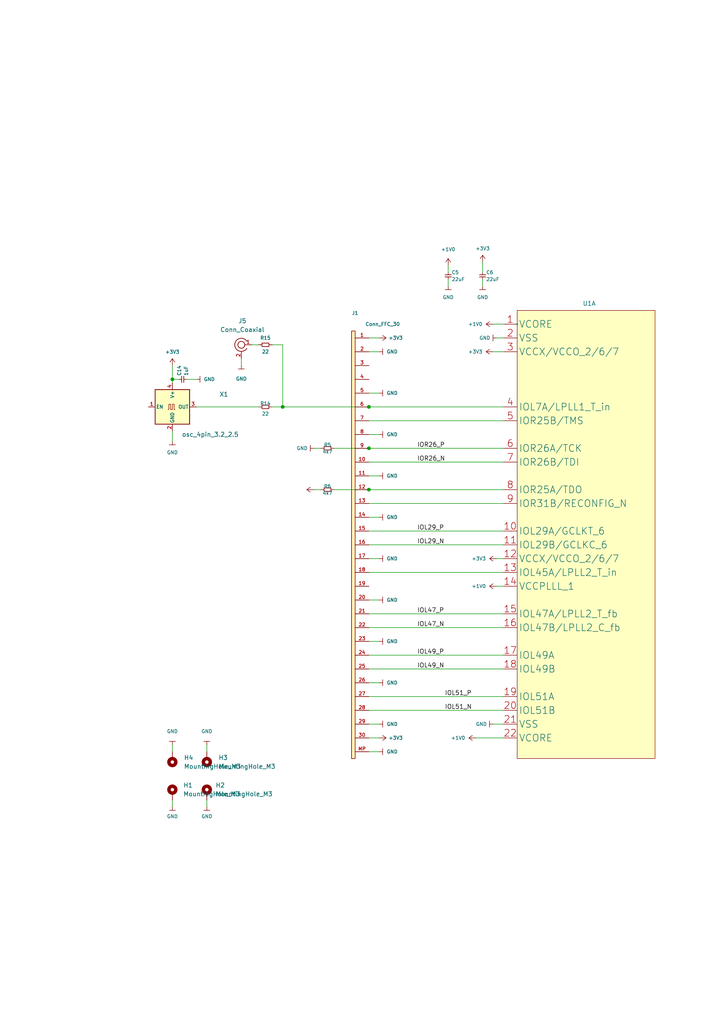
<source format=kicad_sch>
(kicad_sch (version 20231120) (generator "eeschema") (generator_version "8.0")
  (paper "A4" portrait)
  (lib_symbols
    (symbol "AI6YP:+1V0" (power) (pin_names (offset 0))
      (property "Value" "+1V0" (at 0 4 0))
      (symbol "+1V0_0_1"
        (polyline (pts (xy 0 0) (xy 0 2)))
        (polyline (pts (xy -0.7 1) (xy 0 2) (xy 0.7 1)))
      )
      (symbol "+1V0_1_1"
        (pin power_in line (at 0 0 90) (length 0) hide (name "+1V0") (number "1"))
      )
    )
    (symbol "AI6YP:+3V3" (power) (pin_names (offset 0))
      (property "Value" "+3V3" (at 0 4 0))
      (symbol "+3V3_0_1"
        (polyline (pts (xy 0 0) (xy 0 2)))
        (polyline (pts (xy -0.7 1) (xy 0 2) (xy 0.7 1)))
      )
      (symbol "+3V3_1_1"
        (pin power_in line (at 0 0 90) (length 0) hide (name "+3V3") (number "1"))
      )
    )
    (symbol "AI6YP:C" (pin_numbers hide) (pin_names (offset 0.254))
      (property "Reference" "C" (at 1 2 0))
      (property "Value" "C" (at 1 -2 0))
      (symbol "C_1_1"
        (polyline (pts (xy -0.9 -0.3) (xy 0.9 -0.3)) (stroke (width 0.2)))
        (polyline (pts (xy -0.9 0.3) (xy 0.9 0.3)) (stroke (width 0.2)))
        (pin passive line (at 0 1 270) (length 0.7) (name "~") (number "1"))
        (pin passive line (at 0 -1 90) (length 0.7) (name "~") (number "2"))
      )
    )
    (symbol "AI6YP:Conn_FFC_30" (pin_names (offset 1.016) hide)
      (property "Reference" "J" (at -20 65 0))
      (property "Value" "Conn_FFC_30" (at -20 -68 0))
      (symbol "Conn_FFC_30_1_1"
        (rectangle (start -20 62) (end -19 -62) (stroke (width 0.2)) (fill (type background)))
        (pin passive line (at -15 60 180) (length 4) (name "Pin_1") (number "1"))
        (pin passive line (at -15 24 180) (length 4) (name "Pin_10") (number "10"))
        (pin passive line (at -15 20 180) (length 4) (name "Pin_11") (number "11"))
        (pin passive line (at -15 16 180) (length 4) (name "Pin_12") (number "12"))
        (pin passive line (at -15 12 180) (length 4) (name "Pin_13") (number "13"))
        (pin passive line (at -15 8 180) (length 4) (name "Pin_14") (number "14"))
        (pin passive line (at -15 4 180) (length 4) (name "Pin_15") (number "15"))
        (pin passive line (at -15 0 180) (length 4) (name "Pin_16") (number "16"))
        (pin passive line (at -15 -4 180) (length 4) (name "Pin_17") (number "17"))
        (pin passive line (at -15 -8 180) (length 4) (name "Pin_18") (number "18"))
        (pin passive line (at -15 -12 180) (length 4) (name "Pin_19") (number "19"))
        (pin passive line (at -15 56 180) (length 4) (name "Pin_2") (number "2"))
        (pin passive line (at -15 -16 180) (length 4) (name "Pin_20") (number "20"))
        (pin passive line (at -15 -20 180) (length 4) (name "Pin_21") (number "21"))
        (pin passive line (at -15 -24 180) (length 4) (name "Pin_22") (number "22"))
        (pin passive line (at -15 -28 180) (length 4) (name "Pin_23") (number "23"))
        (pin passive line (at -15 -32 180) (length 4) (name "Pin_24") (number "24"))
        (pin passive line (at -15 -36 180) (length 4) (name "Pin_25") (number "25"))
        (pin passive line (at -15 -40 180) (length 4) (name "Pin_26") (number "26"))
        (pin passive line (at -15 -44 180) (length 4) (name "Pin_27") (number "27"))
        (pin passive line (at -15 -48 180) (length 4) (name "Pin_28") (number "28"))
        (pin passive line (at -15 -52 180) (length 4) (name "Pin_29") (number "29"))
        (pin passive line (at -15 52 180) (length 4) (name "Pin_3") (number "3"))
        (pin passive line (at -15 -56 180) (length 4) (name "Pin_30") (number "30"))
        (pin passive line (at -15 48 180) (length 4) (name "Pin_4") (number "4"))
        (pin passive line (at -15 44 180) (length 4) (name "Pin_5") (number "5"))
        (pin passive line (at -15 40 180) (length 4) (name "Pin_6") (number "6"))
        (pin passive line (at -15 36 180) (length 4) (name "Pin_7") (number "7"))
        (pin passive line (at -15 32 180) (length 4) (name "Pin_8") (number "8"))
        (pin passive line (at -15 28 180) (length 4) (name "Pin_9") (number "9"))
        (pin passive line (at -15 -60 180) (length 4) (name "Pin_MP") (number "MP"))
      )
    )
    (symbol "AI6YP:GND" (power) (pin_names (offset 0))
      (property "Value" "GND" (at 0 -2 0))
      (symbol "GND_0_1"
        (polyline (pts (xy -0.9 -1) (xy 0.9 -1)))
        (polyline (pts (xy 0 0) (xy 0 -1)))
      )
      (symbol "GND_1_1"
        (pin power_in line (at 0 0 270) (length 0) hide (name "GND") (number "1"))
      )
    )
    (symbol "AI6YP:GW2AR-88" (pin_names (offset 0.5))
      (property "Reference" "U" (at 14 9 0))
      (symbol "GW2AR-88_1_1"
        (rectangle (start 0 4) (end 40 -126) (fill (type background)))
        (pin power_in line (at -4 0 0) (length 4) (name "VCORE") (number "1"))
        (pin bidirectional line (at -4 -60 0) (length 4) (name "IOL29A/GCLKT_6") (number "10"))
        (pin bidirectional line (at -4 -64 0) (length 4) (name "IOL29B/GCLKC_6") (number "11"))
        (pin power_in line (at -4 -68 0) (length 4) (name "VCCX/VCCO_2/6/7") (number "12"))
        (pin bidirectional line (at -4 -72 0) (length 4) (name "IOL45A/LPLL2_T_in") (number "13"))
        (pin power_in line (at -4 -76 0) (length 4) (name "VCCPLLL_1") (number "14"))
        (pin bidirectional line (at -4 -84 0) (length 4) (name "IOL47A/LPLL2_T_fb") (number "15"))
        (pin bidirectional line (at -4 -88 0) (length 4) (name "IOL47B/LPLL2_C_fb") (number "16"))
        (pin bidirectional line (at -4 -96 0) (length 4) (name "IOL49A") (number "17"))
        (pin bidirectional line (at -4 -100 0) (length 4) (name "IOL49B") (number "18"))
        (pin bidirectional line (at -4 -108 0) (length 4) (name "IOL51A") (number "19"))
        (pin power_in line (at -4 -4 0) (length 4) (name "VSS") (number "2"))
        (pin bidirectional line (at -4 -112 0) (length 4) (name "IOL51B") (number "20"))
        (pin bidirectional line (at -4 -116 0) (length 4) (name "VSS") (number "21"))
        (pin bidirectional line (at -4 -120 0) (length 4) (name "VCORE") (number "22"))
        (pin bidirectional line (at -4 -8 0) (length 4) (name "VCCX/VCCO_2/6/7") (number "3"))
        (pin bidirectional line (at -4 -24 0) (length 4) (name "IOL7A/LPLL1_T_in") (number "4"))
        (pin bidirectional line (at -4 -28 0) (length 4) (name "IOR25B/TMS") (number "5"))
        (pin bidirectional line (at -4 -36 0) (length 4) (name "IOR26A/TCK") (number "6"))
        (pin bidirectional line (at -4 -40 0) (length 4) (name "IOR26B/TDI") (number "7"))
        (pin bidirectional line (at -4 -48 0) (length 4) (name "IOR25A/TDO") (number "8"))
        (pin bidirectional line (at -4 -52 0) (length 4) (name "IOR31B/RECONFIG_N") (number "9"))
      )
      (symbol "GW2AR-88_2_1"
        (rectangle (start 0 10) (end 30 -115) (fill (type background)))
        (pin power_in line (at -4 7 0) (length 4) (name "VCCO_5") (number "23"))
        (pin power_in line (at -4 3 0) (length 4) (name "VSS") (number "24"))
        (pin bidirectional line (at -4 -1 0) (length 4) (name "IOB6A") (number "25"))
        (pin bidirectional line (at -4 -5 0) (length 4) (name "IOB6B") (number "26"))
        (pin bidirectional line (at -4 -13 0) (length 4) (name "IOB8A") (number "27"))
        (pin bidirectional line (at -4 -17 0) (length 4) (name "IOB8B") (number "28"))
        (pin bidirectional line (at -4 -25 0) (length 4) (name "IOB14A") (number "29"))
        (pin bidirectional line (at -4 -29 0) (length 4) (name "IOB14B") (number "30"))
        (pin bidirectional line (at -4 -37 0) (length 4) (name "IOB18A") (number "31"))
        (pin bidirectional line (at -4 -41 0) (length 4) (name "IOB18B") (number "32"))
        (pin bidirectional line (at -4 -49 0) (length 4) (name "IOB24A") (number "33"))
        (pin bidirectional line (at -4 -53 0) (length 4) (name "IOB24B") (number "34"))
        (pin bidirectional line (at -4 -61 0) (length 4) (name "IOB30A/GCLKT_4") (number "35"))
        (pin bidirectional line (at -4 -65 0) (length 4) (name "IOB30B/GCLKV_4") (number "36"))
        (pin bidirectional line (at -4 -73 0) (length 4) (name "IOB34A") (number "37"))
        (pin bidirectional line (at -4 -77 0) (length 4) (name "IOB34B") (number "38"))
        (pin bidirectional line (at -4 -85 0) (length 4) (name "IOB40A") (number "39"))
        (pin bidirectional line (at -4 -89 0) (length 4) (name "IOB40B") (number "40"))
        (pin bidirectional line (at -4 -97 0) (length 4) (name "IOB43A") (number "41"))
        (pin bidirectional line (at -4 -101 0) (length 4) (name "IOB42B") (number "42"))
        (pin power_in line (at -4 -109 0) (length 4) (name "VSS") (number "43"))
        (pin power_in line (at -4 -113 0) (length 4) (name "VCCO_4") (number "44"))
      )
      (symbol "GW2AR-88_3_1"
        (rectangle (start 0 10) (end 40 -120) (fill (type background)))
        (pin power_in line (at -4 4 0) (length 4) (name "VCORE") (number "45"))
        (pin power_in line (at -4 0 0) (length 4) (name "VSS") (number "46"))
        (pin bidirectional line (at -4 -8 0) (length 4) (name "EXTR") (number "47"))
        (pin bidirectional line (at -4 -12 0) (length 4) (name "IOR49B") (number "48"))
        (pin bidirectional line (at -4 -16 0) (length 4) (name "IOR49A") (number "49"))
        (pin power_in line (at -4 -20 0) (length 4) (name "VCCPLLR_1") (number "50"))
        (pin bidirectional line (at -4 -24 0) (length 4) (name "IOR45A/RPLL2_T_in") (number "51"))
        (pin bidirectional line (at -4 -28 0) (length 4) (name "IOR39A/SCLK") (number "52"))
        (pin bidirectional line (at -4 -36 0) (length 4) (name "IOR38B/DOUT/WE_N") (number "53"))
        (pin bidirectional line (at -4 -40 0) (length 4) (name "IOR38A/DIN/CLKHOLD_N") (number "54"))
        (pin bidirectional line (at -4 -48 0) (length 4) (name "IOR36B/SSPI_CS_N/D0") (number "55"))
        (pin bidirectional line (at -4 -52 0) (length 4) (name "IOR36A/SO/D1") (number "56"))
        (pin bidirectional line (at -4 -60 0) (length 4) (name "IOR35A/FASTRD_N/D3") (number "57"))
        (pin power_in line (at -4 -68 0) (length 4) (name "VCCO_3") (number "58"))
        (pin bidirectional line (at -4 -72 0) (length 4) (name "IOR34B/MCLK/D4") (number "59"))
        (pin bidirectional line (at -4 -76 0) (length 4) (name "IOR34A/MCS_N/D5") (number "60"))
        (pin bidirectional line (at -4 -84 0) (length 4) (name "IOR33B/MO/D6") (number "61"))
        (pin bidirectional line (at -4 -88 0) (length 4) (name "IOR33A/MI/D7") (number "62"))
        (pin bidirectional line (at -4 -100 0) (length 4) (name "IOR29A/GCLKT_3") (number "63"))
        (pin bidirectional line (at -4 -104 0) (length 4) (name "VCCX/VCCO_2/5/7") (number "64"))
        (pin power_in line (at -4 -112 0) (length 4) (name "VSS") (number "65"))
        (pin power_in line (at -4 -116 0) (length 4) (name "VCORE") (number "66"))
      )
      (symbol "GW2AR-88_4_1"
        (rectangle (start 0 7) (end 30 -134) (fill (type background)))
        (pin power_in line (at -4 -2 0) (length 4) (name "VCCO_1") (number "67"))
        (pin power_in line (at -4 -6 0) (length 4) (name "VSS") (number "68"))
        (pin bidirectional line (at -4 -14 0) (length 4) (name "IOT50A") (number "69"))
        (pin bidirectional line (at -4 -22 0) (length 4) (name "IOT44B") (number "70"))
        (pin bidirectional line (at -4 -26 0) (length 4) (name "IOT44A") (number "71"))
        (pin bidirectional line (at -4 -34 0) (length 4) (name "IOT40B") (number "72"))
        (pin bidirectional line (at -4 -38 0) (length 4) (name "IOT40A") (number "73"))
        (pin bidirectional line (at -4 -46 0) (length 4) (name "IOT34B") (number "74"))
        (pin bidirectional line (at -4 -50 0) (length 4) (name "IOT34A") (number "75"))
        (pin bidirectional line (at -4 -58 0) (length 4) (name "IOT30B/GCLKC_1") (number "76"))
        (pin bidirectional line (at -4 -62 0) (length 4) (name "IOT30A/GCLKT_1") (number "77"))
        (pin power_in line (at -4 -66 0) (length 4) (name "VCCO_0") (number "78"))
        (pin bidirectional line (at -4 -70 0) (length 4) (name "IOT27B/GCLKC_0") (number "79"))
        (pin bidirectional line (at -4 -74 0) (length 4) (name "IOT27A/GCLKT_0") (number "80"))
        (pin bidirectional line (at -4 -82 0) (length 4) (name "IOT17B") (number "81"))
        (pin bidirectional line (at -4 -86 0) (length 4) (name "IOT17A") (number "82"))
        (pin bidirectional line (at -4 -94 0) (length 4) (name "IOT6B") (number "83"))
        (pin bidirectional line (at -4 -98 0) (length 4) (name "IOT6A") (number "84"))
        (pin bidirectional line (at -4 -106 0) (length 4) (name "IOT4B") (number "85"))
        (pin bidirectional line (at -4 -110 0) (length 4) (name "IOT4A") (number "86"))
        (pin bidirectional line (at -4 -118 0) (length 4) (name "IOR30B/MODE1") (number "87"))
        (pin bidirectional line (at -4 -122 0) (length 4) (name "IOR30A/MODE0") (number "88"))
        (pin power_in line (at -4 -130 0) (length 4) (name "EPAD") (number "89"))
      )
    )
    (symbol "AI6YP:IPEX" (pin_names (offset 1.016) hide)
      (property "Reference" "J" (at 0.254 3.048 0))
      (property "Value" "Conn_Coaxial" (at 2.921 0 90))
      (symbol "IPEX_0_1"
        (circle (center 0 0) (radius 1) (stroke (width 0.2032)))
      )
      (symbol "IPEX_1_1"
        (arc (start -1.6025 -1.0296) (mid 0.5338 -1.8284) (end 1.9046 -0.0056) (stroke (width 0.2)))
        (arc (start 1.9062 0) (mid 0.5346 1.8297) (end -1.6065 1.0264) (stroke (width 0.2)))
        (pin passive line (at -3 0 0) (length 2) (name "In") (number "1"))
        (pin passive line (at 0 -4 90) (length 2) (name "Ext") (number "2"))
      )
    )
    (symbol "AI6YP:MountingHole_M3" (pin_numbers hide) (pin_names (offset 1.016) hide)
      (property "Reference" "H" (at 0 6.35 0))
      (property "Value" "MountingHole_M3" (at 0 4.445 0))
      (symbol "MountingHole_M3_1_1"
        (circle (center 0 0) (radius 1) (stroke (width 1)))
        (pin input line (at 0 -3 90) (length 2) (name "1") (number "1"))
      )
    )
    (symbol "AI6YP:R" (pin_numbers hide) (pin_names (offset 0))
      (property "Reference" "R" (at 2 0 90))
      (property "Value" "R" (at 0 0 90))
      (symbol "R_1_1"
        (rectangle (start -0.5 1) (end 0.5 -1) (stroke (width 0.2)))
        (pin passive line (at 0 2 270) (length 1) (name "~") (number "1"))
        (pin passive line (at 0 -2 90) (length 1) (name "~") (number "2"))
      )
    )
    (symbol "AI6YP:osc_4pin_3.2_2.5" (pin_names (offset 0.254))
      (property "Reference" "X" (at -5.08 6.35 0))
      (property "Value" "osc_4pin_3.2_2.5" (at 1.27 -6.35 0))
      (symbol "osc_4pin_3.2_2.5_0_1"
        (rectangle (start -5 5) (end 5 -5) (stroke (width 0.254)) (fill (type background)))
        (polyline (pts (xy 0.762 -0.762) (xy 0.508 -0.762) (xy 0.508 0.762) (xy 0 0.762) (xy 0 -0.762) (xy -0.508 -0.762) (xy -0.508 0.762) (xy -1.016 0.762) (xy -1.016 -0.762) (xy -1.27 -0.762)))
      )
      (symbol "osc_4pin_3.2_2.5_1_1"
        (pin input line (at -7 0 0) (length 2) (name "EN") (number "1"))
        (pin power_in line (at 0 -7 90) (length 2) (name "GND") (number "2"))
        (pin output line (at 7 0 180) (length 2) (name "OUT") (number "3"))
        (pin power_in line (at 0 7 270) (length 2) (name "V+") (number "4"))
      )
    )
  )
  (junction (at 107 142))
  (junction (at 82 118))
  (junction (at 50 110))
  (junction (at 107 130))
  (junction (at 107 118))
  (wire (pts (xy 107 210) (xy 110 210)))
  (wire (pts (xy 50 232) (xy 50 234)))
  (wire (pts (xy 107 218) (xy 110 218)))
  (wire (pts (xy 107 98) (xy 110 98)))
  (wire (pts (xy 107 186) (xy 110 186)))
  (wire (pts (xy 82 100) (xy 82 118)))
  (wire (pts (xy 107 178) (xy 146 178)))
  (wire (pts (xy 107 130) (xy 146 130)))
  (wire (pts (xy 91 142) (xy 93 142)))
  (wire (pts (xy 143 102) (xy 146 102)))
  (wire (pts (xy 144 170) (xy 146 170)))
  (wire (pts (xy 97 130) (xy 107 130)))
  (wire (pts (xy 50 110) (xy 52 110)))
  (wire (pts (xy 82 100) (xy 79 100)))
  (wire (pts (xy 107 150) (xy 110 150)))
  (wire (pts (xy 97 142) (xy 107 142)))
  (wire (pts (xy 107 182) (xy 146 182)))
  (wire (pts (xy 70 104) (xy 70 106)))
  (wire (pts (xy 144 162) (xy 146 162)))
  (wire (pts (xy 107 138) (xy 110 138)))
  (wire (pts (xy 107 206) (xy 146 206)))
  (wire (pts (xy 57 118) (xy 75 118)))
  (wire (pts (xy 107 166) (xy 146 166)))
  (wire (pts (xy 146 134) (xy 107 134)))
  (wire (pts (xy 107 114) (xy 110 114)))
  (wire (pts (xy 50 106) (xy 50 110)))
  (wire (pts (xy 107 102) (xy 110 102)))
  (wire (pts (xy 140 81) (xy 140 83)))
  (wire (pts (xy 140 76) (xy 140 79)))
  (wire (pts (xy 138 214) (xy 146 214)))
  (wire (pts (xy 107 162) (xy 110 162)))
  (wire (pts (xy 82 118) (xy 107 118)))
  (wire (pts (xy 50 216) (xy 50 218)))
  (wire (pts (xy 107 174) (xy 110 174)))
  (wire (pts (xy 143 210) (xy 146 210)))
  (wire (pts (xy 107 158) (xy 146 158)))
  (wire (pts (xy 60 232) (xy 60 234)))
  (wire (pts (xy 130 81) (xy 130 83)))
  (wire (pts (xy 107 146) (xy 146 146)))
  (wire (pts (xy 107 214) (xy 110 214)))
  (wire (pts (xy 107 198) (xy 110 198)))
  (wire (pts (xy 107 202) (xy 146 202)))
  (wire (pts (xy 50 110) (xy 50 111)))
  (wire (pts (xy 143 94) (xy 146 94)))
  (wire (pts (xy 107 142) (xy 146 142)))
  (wire (pts (xy 73 100) (xy 75 100)))
  (wire (pts (xy 107 126) (xy 110 126)))
  (wire (pts (xy 107 194) (xy 146 194)))
  (wire (pts (xy 144 98) (xy 146 98)))
  (wire (pts (xy 79 118) (xy 82 118)))
  (wire (pts (xy 107 118) (xy 146 118)))
  (wire (pts (xy 130 77) (xy 130 79)))
  (wire (pts (xy 50 125) (xy 50 128)))
  (wire (pts (xy 107 190) (xy 146 190)))
  (wire (pts (xy 107 154) (xy 146 154)))
  (wire (pts (xy 60 216) (xy 60 218)))
  (wire (pts (xy 54 110) (xy 57 110)))
  (wire (pts (xy 91 130) (xy 93 130)))
  (wire (pts (xy 107 122) (xy 146 122)))
  (label "IOL47_P" (at 121 178 0))
  (label "IOL29_P" (at 121 154 0))
  (label "IOL51_N" (at 129 206 0))
  (label "IOL51_P" (at 129 202 0))
  (label "IOR26_P" (at 121 130 0))
  (label "IOL49_P" (at 121 190 0))
  (label "IOL49_N" (at 121 194 0))
  (label "IOL29_N" (at 121 158 0))
  (label "IOR26_N" (at 121 134 0))
  (label "IOL47_N" (at 121 182 0))
  (symbol (lib_id "AI6YP:R") (at 95 130 90) (unit 1)
    (property "Reference" "R5" (at 95 129 90) (effects (font (size 1 1))))
    (property "Value" "4k7" (at 95 131 90) (effects (font (size 1 1))))
    (property "Footprint" "AI6YP:R_0603_1608Metric" (effects (hide yes)))
    (property "Description" "Resistor" (effects (hide yes)))
  )
  (symbol (lib_id "AI6YP:+3V3") (at 143 102 90) (unit 1)
    (property "Reference" "#PWR07" (effects (hide yes)))
    (property "Value" "+3V3" (at 139.97 101.9999 90) (effects (font (size 1 1)) (justify left)))
    (property "Description" "Power symbol creates a global label with name \"+3V3\"" (effects (hide yes)))
  )
  (symbol (lib_id "AI6YP:MountingHole_M3") (at 50 221 180) (unit 1)
    (property "Reference" "H4" (at 53.34 219.7299 0) (effects (justify right)))
    (property "Value" "MountingHole_M3" (at 53.34 222.2699 0) (effects (justify right)))
    (property "Footprint" "AI6YP:MountingHole_3.2mm_M3_Pad_Via" (effects (hide yes)))
    (property "Description" "Mounting Hole with connection" (effects (hide yes)))
  )
  (symbol (lib_id "AI6YP:MountingHole_M3") (at 50 229 0) (unit 1)
    (property "Reference" "H1" (at 53.15 227.7299 0) (effects (justify left)))
    (property "Value" "MountingHole_M3" (at 53.15 230.2699 0) (effects (justify left)))
    (property "Footprint" "AI6YP:MountingHole_3.2mm_M3_Pad_Via" (effects (hide yes)))
    (property "Description" "Mounting Hole with connection" (effects (hide yes)))
  )
  (symbol (lib_id "AI6YP:+1V0") (at 138 214 90) (unit 1)
    (property "Reference" "#PWR05" (effects (hide yes)))
    (property "Value" "+1V0" (at 134.97 213.9999 90) (effects (font (size 1 1)) (justify left)))
    (property "Description" "Power symbol creates a global label with name \"+1V0\"" (effects (hide yes)))
  )
  (symbol (lib_id "AI6YP:GND") (at 110 186 90) (unit 1)
    (property "Reference" "#PWR047" (effects (hide yes)))
    (property "Value" "GND" (at 112.14 185.9999 90) (effects (font (size 1 1)) (justify right)))
    (property "Description" "Power symbol creates a global label with name \"GND\" , ground" (effects (hide yes)))
  )
  (symbol (lib_id "AI6YP:GND") (at 60 216 180) (unit 1)
    (property "Reference" "#PWR0144" (effects (hide yes)))
    (property "Value" "GND" (at 60 212.09 0) (effects (font (size 1 1))))
    (property "Description" "Power symbol creates a global label with name \"GND\" , ground" (effects (hide yes)))
  )
  (symbol (lib_id "AI6YP:R") (at 77 100 90) (unit 1)
    (property "Reference" "R15" (at 77 98 90) (effects (font (size 1 1))))
    (property "Value" "22" (at 77 102 90) (effects (font (size 1 1))))
    (property "Footprint" "AI6YP:R_0603_1608Metric" (effects (hide yes)))
    (property "Description" "Resistor" (effects (hide yes)))
  )
  (symbol (lib_id "AI6YP:GND") (at 143 210 270) (unit 1)
    (property "Reference" "#PWR03" (effects (hide yes)))
    (property "Value" "GND" (at 141.24 209.9999 90) (effects (font (size 1 1)) (justify right)))
    (property "Description" "Power symbol creates a global label with name \"GND\" , ground" (effects (hide yes)))
  )
  (symbol (lib_id "AI6YP:GND") (at 91 130 270) (unit 1)
    (property "Reference" "#PWR081" (effects (hide yes)))
    (property "Value" "GND" (at 89.24 129.9999 90) (effects (font (size 1 1)) (justify right)))
    (property "Description" "Power symbol creates a global label with name \"GND\" , ground" (effects (hide yes)))
  )
  (symbol (lib_id "AI6YP:GND") (at 60 234 0) (unit 1)
    (property "Reference" "#PWR0142" (effects (hide yes)))
    (property "Value" "GND" (at 60 236.76 0) (effects (font (size 1 1))))
    (property "Description" "Power symbol creates a global label with name \"GND\" , ground" (effects (hide yes)))
  )
  (symbol (lib_id "AI6YP:IPEX") (at 70 100 0) (mirror y) (unit 1)
    (property "Reference" "J5" (at 70.3174 93.07 0))
    (property "Value" "Conn_Coaxial" (at 70.3174 95.61 0))
    (property "Footprint" "AI6YP:U.FL_Hirose_U.FL-R-SMT-1_Vertical" (effects (hide yes)))
    (property "Datasheet" " ~" (effects (hide yes)))
    (property "Description" "coaxial connector (BNC, SMA, SMB, SMC, Cinch/RCA, LEMO, ...)" (effects (hide yes)))
  )
  (symbol (lib_id "AI6YP:MountingHole_M3") (at 60 221 180) (unit 1)
    (property "Reference" "H3" (at 63.34 219.7299 0) (effects (justify right)))
    (property "Value" "MountingHole_M3" (at 63.34 222.2699 0) (effects (justify right)))
    (property "Footprint" "AI6YP:MountingHole_3.2mm_M3_Pad_Via" (effects (hide yes)))
    (property "Description" "Mounting Hole with connection" (effects (hide yes)))
  )
  (symbol (lib_id "AI6YP:GND") (at 110 162 90) (unit 1)
    (property "Reference" "#PWR054" (effects (hide yes)))
    (property "Value" "GND" (at 112.14 161.9999 90) (effects (font (size 1 1)) (justify right)))
    (property "Description" "Power symbol creates a global label with name \"GND\" , ground" (effects (hide yes)))
  )
  (symbol (lib_id "AI6YP:+3V3") (at 91 142 90) (unit 1)
    (property "Reference" "#PWR082" (effects (hide yes)))
    (property "Value" "+3V3" (effects (hide yes)))
    (property "Description" "Power symbol creates a global label with name \"+3V3\"" (effects (hide yes)))
  )
  (symbol (lib_id "AI6YP:GND") (at 110 126 90) (unit 1)
    (property "Reference" "#PWR057" (effects (hide yes)))
    (property "Value" "GND" (at 112.14 125.9999 90) (effects (font (size 1 1)) (justify right)))
    (property "Description" "Power symbol creates a global label with name \"GND\" , ground" (effects (hide yes)))
  )
  (symbol (lib_id "AI6YP:osc_4pin_3.2_2.5") (at 50 118 0) (unit 1)
    (property "Reference" "X1" (at 64.93 114.3521 0))
    (property "Value" "osc_4pin_3.2_2.5" (at 61 126 0))
    (property "Footprint" "AI6YP:Crystal_SMD_EuroQuartz_MT-4Pin_3.2x2.5mm_HandSoldering" (effects (hide yes)))
    (property "Datasheet" "http://cdn-reichelt.de/documents/datenblatt/B400/MT.pdf" (effects (hide yes)))
    (property "Description" "Clock Oscillator" (effects (hide yes)))
  )
  (symbol (lib_id "AI6YP:+1V0") (at 143 94 90) (unit 1)
    (property "Reference" "#PWR04" (effects (hide yes)))
    (property "Value" "+1V0" (at 139.97 93.9999 90) (effects (font (size 1 1)) (justify left)))
    (property "Description" "Power symbol creates a global label with name \"+1V0\"" (effects (hide yes)))
  )
  (symbol (lib_id "AI6YP:GND") (at 110 210 90) (unit 1)
    (property "Reference" "#PWR034" (effects (hide yes)))
    (property "Value" "GND" (at 112.14 209.9999 90) (effects (font (size 1 1)) (justify right)))
    (property "Description" "Power symbol creates a global label with name \"GND\" , ground" (effects (hide yes)))
  )
  (symbol (lib_id "AI6YP:R") (at 95 142 90) (unit 1)
    (property "Reference" "R6" (at 95 141 90) (effects (font (size 1 1))))
    (property "Value" "4k7" (at 95 143 90) (effects (font (size 1 1))))
    (property "Footprint" "AI6YP:R_0603_1608Metric" (effects (hide yes)))
    (property "Description" "Resistor" (effects (hide yes)))
  )
  (symbol (lib_id "AI6YP:GND") (at 70 106 0) (unit 1)
    (property "Reference" "#PWR062" (effects (hide yes)))
    (property "Value" "GND" (at 70 109.85 0) (effects (font (size 1 1))))
    (property "Description" "Power symbol creates a global label with name \"GND\" , ground" (effects (hide yes)))
  )
  (symbol (lib_id "AI6YP:GW2AR-88") (at 150 94 0) (unit 1)
    (property "Reference" "U1" (at 169 88 0) (effects (justify left)))
    (property "Value" "~" (at 150 94 0))
    (property "Footprint" "AI6YP:GIWIN-QFN-88-10x10mm-P0.4mm-EP6.74x6.74mm" (effects (hide yes)))
    (property "Datasheet" "https://cdn.gowinsemi.com.cn/DS226E.pdf" (effects (hide yes)))
  )
  (symbol (lib_id "AI6YP:R") (at 77 118 90) (unit 1)
    (property "Reference" "R14" (at 77 117 90) (effects (font (size 1 1))))
    (property "Value" "22" (at 77 120 90) (effects (font (size 1 1))))
    (property "Footprint" "AI6YP:R_0603_1608Metric" (effects (hide yes)))
    (property "Description" "Resistor" (effects (hide yes)))
  )
  (symbol (lib_id "AI6YP:GND") (at 130 83 0) (unit 1)
    (property "Reference" "#PWR098" (effects (hide yes)))
    (property "Value" "GND" (at 130 86.22 0) (effects (font (size 1 1))))
    (property "Description" "Power symbol creates a global label with name \"GND\" , ground" (effects (hide yes)))
  )
  (symbol (lib_id "AI6YP:GND") (at 110 150 90) (unit 1)
    (property "Reference" "#PWR055" (effects (hide yes)))
    (property "Value" "GND" (at 112.14 149.9999 90) (effects (font (size 1 1)) (justify right)))
    (property "Description" "Power symbol creates a global label with name \"GND\" , ground" (effects (hide yes)))
  )
  (symbol (lib_id "AI6YP:+3V3") (at 50 106 0) (unit 1)
    (property "Reference" "#PWR059" (effects (hide yes)))
    (property "Value" "+3V3" (at 50 102.07 0) (effects (font (size 1 1))))
    (property "Description" "Power symbol creates a global label with name \"+3V3\"" (effects (hide yes)))
  )
  (symbol (lib_id "AI6YP:GND") (at 140 83 0) (unit 1)
    (property "Reference" "#PWR099" (effects (hide yes)))
    (property "Value" "GND" (at 140 86.22 0) (effects (font (size 1 1))))
    (property "Description" "Power symbol creates a global label with name \"GND\" , ground" (effects (hide yes)))
  )
  (symbol (lib_id "AI6YP:GND") (at 50 216 180) (unit 1)
    (property "Reference" "#PWR0143" (effects (hide yes)))
    (property "Value" "GND" (at 50 212.09 0) (effects (font (size 1 1))))
    (property "Description" "Power symbol creates a global label with name \"GND\" , ground" (effects (hide yes)))
  )
  (symbol (lib_id "AI6YP:GND") (at 57 110 90) (unit 1)
    (property "Reference" "#PWR061" (effects (hide yes)))
    (property "Value" "GND" (at 59.1 109.9999 90) (effects (font (size 1 1)) (justify right)))
    (property "Description" "Power symbol creates a global label with name \"GND\" , ground" (effects (hide yes)))
  )
  (symbol (lib_id "AI6YP:GND") (at 110 198 90) (unit 1)
    (property "Reference" "#PWR039" (effects (hide yes)))
    (property "Value" "GND" (at 112.14 197.9999 90) (effects (font (size 1 1)) (justify right)))
    (property "Description" "Power symbol creates a global label with name \"GND\" , ground" (effects (hide yes)))
  )
  (symbol (lib_id "AI6YP:GND") (at 110 138 90) (unit 1)
    (property "Reference" "#PWR056" (effects (hide yes)))
    (property "Value" "GND" (at 112.14 137.9999 90) (effects (font (size 1 1)) (justify right)))
    (property "Description" "Power symbol creates a global label with name \"GND\" , ground" (effects (hide yes)))
  )
  (symbol (lib_id "AI6YP:GND") (at 144 98 270) (unit 1)
    (property "Reference" "#PWR02" (effects (hide yes)))
    (property "Value" "GND" (at 142.24 97.9999 90) (effects (font (size 1 1)) (justify right)))
    (property "Description" "Power symbol creates a global label with name \"GND\" , ground" (effects (hide yes)))
  )
  (symbol (lib_id "AI6YP:+3V3") (at 144 162 90) (unit 1)
    (property "Reference" "#PWR01" (effects (hide yes)))
    (property "Value" "+3V3" (at 140.97 161.9999 90) (effects (font (size 1 1)) (justify left)))
    (property "Description" "Power symbol creates a global label with name \"+3V3\"" (effects (hide yes)))
  )
  (symbol (lib_id "AI6YP:MountingHole_M3") (at 60 229 0) (unit 1)
    (property "Reference" "H2" (at 62.5 227.7299 0) (effects (justify left)))
    (property "Value" "MountingHole_M3" (at 62.5 230.2699 0) (effects (justify left)))
    (property "Footprint" "AI6YP:MountingHole_3.2mm_M3_Pad_Via" (effects (hide yes)))
    (property "Description" "Mounting Hole with connection" (effects (hide yes)))
  )
  (symbol (lib_id "AI6YP:GND") (at 50 234 0) (unit 1)
    (property "Reference" "#PWR0141" (effects (hide yes)))
    (property "Value" "GND" (at 50 236.76 0) (effects (font (size 1 1))))
    (property "Description" "Power symbol creates a global label with name \"GND\" , ground" (effects (hide yes)))
  )
  (symbol (lib_id "AI6YP:+1V0") (at 144 170 90) (unit 1)
    (property "Reference" "#PWR040" (effects (hide yes)))
    (property "Value" "+1V0" (at 140.97 169.9999 90) (effects (font (size 1 1)) (justify left)))
    (property "Description" "Power symbol creates a global label with name \"+1V0\"" (effects (hide yes)))
  )
  (symbol (lib_id "AI6YP:GND") (at 50 128 0) (unit 1)
    (property "Reference" "#PWR036" (effects (hide yes)))
    (property "Value" "GND" (at 50 131.22 0) (effects (font (size 1 1))))
    (property "Description" "Power symbol creates a global label with name \"GND\" , ground" (effects (hide yes)))
  )
  (symbol (lib_id "AI6YP:Conn_FFC_30") (at 122 158 0) (unit 1)
    (property "Reference" "J1" (at 103 90.77 0) (effects (font (size 1 1))))
    (property "Value" "Conn_FFC_30" (at 111 94 0) (effects (font (size 1 1))))
    (property "Footprint" "AI6YP:Hirose_FH12-30S-0.5SH_1x30-1MP_P0.50mm_Horizontal" (effects (hide yes)))
    (property "Description" "FFC 30 pin connector" (effects (hide yes)))
  )
  (symbol (lib_id "AI6YP:+1V0") (at 130 77 0) (unit 1)
    (property "Reference" "#PWR0115" (effects (hide yes)))
    (property "Value" "+1V0" (at 130 72.3202 0) (effects (font (size 1 1))))
    (property "Description" "Power symbol creates a global label with name \"+1V0\"" (effects (hide yes)))
  )
  (symbol (lib_id "AI6YP:+3V3") (at 110 214 270) (unit 1)
    (property "Reference" "#PWR0116" (effects (hide yes)))
    (property "Value" "+3V3" (at 112.68 213.9999 90) (effects (font (size 1 1)) (justify left)))
    (property "Description" "Power symbol creates a global label with name \"+3V3\"" (effects (hide yes)))
  )
  (symbol (lib_id "AI6YP:C") (at 140 80 0) (unit 1)
    (property "Reference" "C6" (at 141 79 0) (effects (font (size 1 1)) (justify left)))
    (property "Value" "22uF" (at 141 81 0) (effects (font (size 1 1)) (justify left)))
    (property "Footprint" "AI6YP:C_0603_1608Metric" (effects (hide yes)))
    (property "Description" "Unpolarized capacitor" (effects (hide yes)))
  )
  (symbol (lib_id "AI6YP:+3V3") (at 140 76 0) (unit 1)
    (property "Reference" "#PWR0114" (effects (hide yes)))
    (property "Value" "+3V3" (at 140 72.07 0) (effects (font (size 1 1))))
    (property "Description" "Power symbol creates a global label with name \"+3V3\"" (effects (hide yes)))
  )
  (symbol (lib_id "AI6YP:C") (at 130 80 0) (unit 1)
    (property "Reference" "C5" (at 131 79 0) (effects (font (size 1 1)) (justify left)))
    (property "Value" "22uF" (at 131 81 0) (effects (font (size 1 1)) (justify left)))
    (property "Footprint" "AI6YP:C_0603_1608Metric" (effects (hide yes)))
    (property "Description" "Unpolarized capacitor" (effects (hide yes)))
  )
  (symbol (lib_id "AI6YP:GND") (at 110 114 90) (unit 1)
    (property "Reference" "#PWR060" (effects (hide yes)))
    (property "Value" "GND" (at 112.14 113.9999 90) (effects (font (size 1 1)) (justify right)))
    (property "Description" "Power symbol creates a global label with name \"GND\" , ground" (effects (hide yes)))
  )
  (symbol (lib_id "AI6YP:GND") (at 110 218 90) (unit 1)
    (property "Reference" "#PWR032" (effects (hide yes)))
    (property "Value" "GND" (at 112.14 217.9999 90) (effects (font (size 1 1)) (justify right)))
    (property "Description" "Power symbol creates a global label with name \"GND\" , ground" (effects (hide yes)))
  )
  (symbol (lib_id "AI6YP:+3V3") (at 110 98 270) (unit 1)
    (property "Reference" "#PWR0117" (effects (hide yes)))
    (property "Value" "+3V3" (at 112.68 97.9999 90) (effects (font (size 1 1)) (justify left)))
    (property "Description" "Power symbol creates a global label with name \"+3V3\"" (effects (hide yes)))
  )
  (symbol (lib_id "AI6YP:C") (at 53 110 90) (unit 1)
    (property "Reference" "C14" (at 52 109 0) (effects (font (size 1 1)) (justify left)))
    (property "Value" "1uF" (at 54 109 0) (effects (font (size 1 1)) (justify left)))
    (property "Footprint" "AI6YP:C_0603_1608Metric" (effects (hide yes)))
    (property "Description" "Unpolarized capacitor" (effects (hide yes)))
  )
  (symbol (lib_id "AI6YP:GND") (at 110 102 90) (unit 1)
    (property "Reference" "#PWR058" (effects (hide yes)))
    (property "Value" "GND" (at 112.14 101.9999 90) (effects (font (size 1 1)) (justify right)))
    (property "Description" "Power symbol creates a global label with name \"GND\" , ground" (effects (hide yes)))
  )
  (symbol (lib_id "AI6YP:GND") (at 110 174 90) (unit 1)
    (property "Reference" "#PWR053" (effects (hide yes)))
    (property "Value" "GND" (at 112.14 173.9999 90) (effects (font (size 1 1)) (justify right)))
    (property "Description" "Power symbol creates a global label with name \"GND\" , ground" (effects (hide yes)))
  )
)
</source>
